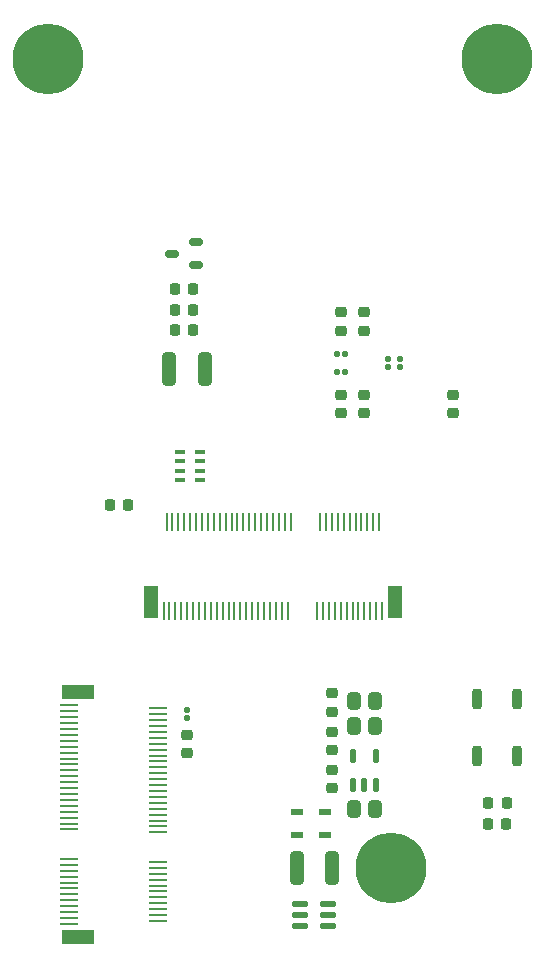
<source format=gbr>
%TF.GenerationSoftware,KiCad,Pcbnew,7.0.6*%
%TF.CreationDate,2023-08-09T14:48:52+09:30*%
%TF.ProjectId,backplane,6261636b-706c-4616-9e65-2e6b69636164,V1.0*%
%TF.SameCoordinates,Original*%
%TF.FileFunction,Paste,Top*%
%TF.FilePolarity,Positive*%
%FSLAX46Y46*%
G04 Gerber Fmt 4.6, Leading zero omitted, Abs format (unit mm)*
G04 Created by KiCad (PCBNEW 7.0.6) date 2023-08-09 14:48:52*
%MOMM*%
%LPD*%
G01*
G04 APERTURE LIST*
G04 Aperture macros list*
%AMRoundRect*
0 Rectangle with rounded corners*
0 $1 Rounding radius*
0 $2 $3 $4 $5 $6 $7 $8 $9 X,Y pos of 4 corners*
0 Add a 4 corners polygon primitive as box body*
4,1,4,$2,$3,$4,$5,$6,$7,$8,$9,$2,$3,0*
0 Add four circle primitives for the rounded corners*
1,1,$1+$1,$2,$3*
1,1,$1+$1,$4,$5*
1,1,$1+$1,$6,$7*
1,1,$1+$1,$8,$9*
0 Add four rect primitives between the rounded corners*
20,1,$1+$1,$2,$3,$4,$5,0*
20,1,$1+$1,$4,$5,$6,$7,0*
20,1,$1+$1,$6,$7,$8,$9,0*
20,1,$1+$1,$8,$9,$2,$3,0*%
G04 Aperture macros list end*
%ADD10RoundRect,0.125000X-0.130000X0.125000X-0.130000X-0.125000X0.130000X-0.125000X0.130000X0.125000X0*%
%ADD11C,6.000000*%
%ADD12RoundRect,0.212500X0.277500X-0.212500X0.277500X0.212500X-0.277500X0.212500X-0.277500X-0.212500X0*%
%ADD13R,1.060000X0.500000*%
%ADD14RoundRect,0.125000X0.125000X0.130000X-0.125000X0.130000X-0.125000X-0.130000X0.125000X-0.130000X0*%
%ADD15RoundRect,0.212500X-0.277500X0.212500X-0.277500X-0.212500X0.277500X-0.212500X0.277500X0.212500X0*%
%ADD16RoundRect,0.212500X-0.212500X-0.277500X0.212500X-0.277500X0.212500X0.277500X-0.212500X0.277500X0*%
%ADD17R,2.750000X1.200000*%
%ADD18R,1.550000X0.250000*%
%ADD19RoundRect,0.295000X-0.295000X-1.110000X0.295000X-1.110000X0.295000X1.110000X-0.295000X1.110000X0*%
%ADD20RoundRect,0.200000X-0.200000X-0.650000X0.200000X-0.650000X0.200000X0.650000X-0.200000X0.650000X0*%
%ADD21RoundRect,0.290000X0.290000X0.445000X-0.290000X0.445000X-0.290000X-0.445000X0.290000X-0.445000X0*%
%ADD22R,1.200000X2.750000*%
%ADD23R,0.250000X1.550000*%
%ADD24RoundRect,0.212500X0.212500X0.277500X-0.212500X0.277500X-0.212500X-0.277500X0.212500X-0.277500X0*%
%ADD25RoundRect,0.152500X-0.437500X0.152500X-0.437500X-0.152500X0.437500X-0.152500X0.437500X0.152500X0*%
%ADD26RoundRect,0.100000X0.350000X0.100000X-0.350000X0.100000X-0.350000X-0.100000X0.350000X-0.100000X0*%
%ADD27RoundRect,0.115000X0.115000X-0.460000X0.115000X0.460000X-0.115000X0.460000X-0.115000X-0.460000X0*%
%ADD28RoundRect,0.140000X0.535000X0.140000X-0.535000X0.140000X-0.535000X-0.140000X0.535000X-0.140000X0*%
%ADD29RoundRect,0.125000X-0.125000X-0.130000X0.125000X-0.130000X0.125000X0.130000X-0.125000X0.130000X0*%
%ADD30RoundRect,0.295000X0.295000X1.110000X-0.295000X1.110000X-0.295000X-1.110000X0.295000X-1.110000X0*%
G04 APERTURE END LIST*
D10*
%TO.C,SL5*%
X129100000Y-97500000D03*
X128400000Y-97500000D03*
%TD*%
D11*
%TO.C,MNT2*%
X142000000Y-71000000D03*
%TD*%
D12*
%TO.C,R1*%
X130750000Y-92475000D03*
X130750000Y-94025000D03*
%TD*%
D13*
%TO.C,D3*%
X125070000Y-134750000D03*
X127430000Y-134750000D03*
%TD*%
D14*
%TO.C,SL1*%
X115750000Y-126850000D03*
X115750000Y-126150000D03*
%TD*%
D15*
%TO.C,R2*%
X130750000Y-99475000D03*
X130750000Y-101025000D03*
%TD*%
D16*
%TO.C,R9*%
X116275000Y-90500000D03*
X114725000Y-90500000D03*
%TD*%
D17*
%TO.C,X1*%
X106500000Y-145350000D03*
X106500000Y-124650000D03*
D18*
X105725000Y-144250000D03*
X113275000Y-144000000D03*
X105725000Y-143750000D03*
X113275000Y-143500000D03*
X105725000Y-143250000D03*
X113275000Y-143000000D03*
X105725000Y-142750000D03*
X113275000Y-142500000D03*
X105725000Y-142250000D03*
X113275000Y-142000000D03*
X105725000Y-141750000D03*
X113275000Y-141500000D03*
X105725000Y-141250000D03*
X113275000Y-141000000D03*
X105725000Y-140750000D03*
X113275000Y-140500000D03*
X105725000Y-140250000D03*
X113275000Y-140000000D03*
X105725000Y-139750000D03*
X113275000Y-139500000D03*
X105725000Y-139250000D03*
X113275000Y-139000000D03*
X105725000Y-138750000D03*
X113275000Y-136500000D03*
X105725000Y-136250000D03*
X113275000Y-136000000D03*
X105725000Y-135750000D03*
X113275000Y-135500000D03*
X105725000Y-135250000D03*
X113275000Y-135000000D03*
X105725000Y-134750000D03*
X113275000Y-134500000D03*
X105725000Y-134250000D03*
X113275000Y-134000000D03*
X105725000Y-133750000D03*
X113275000Y-133500000D03*
X105725000Y-133250000D03*
X113275000Y-133000000D03*
X105725000Y-132750000D03*
X113275000Y-132500000D03*
X105725000Y-132250000D03*
X113275000Y-132000000D03*
X105725000Y-131750000D03*
X113275000Y-131500000D03*
X105725000Y-131250000D03*
X113275000Y-131000000D03*
X105725000Y-130750000D03*
X113275000Y-130500000D03*
X105725000Y-130250000D03*
X113275000Y-130000000D03*
X105725000Y-129750000D03*
X113275000Y-129500000D03*
X105725000Y-129250000D03*
X113275000Y-129000000D03*
X105725000Y-128750000D03*
X113275000Y-128500000D03*
X105725000Y-128250000D03*
X113275000Y-128000000D03*
X105725000Y-127750000D03*
X113275000Y-127500000D03*
X105725000Y-127250000D03*
X113275000Y-127000000D03*
X105725000Y-126750000D03*
X113275000Y-126500000D03*
X105725000Y-126250000D03*
X113275000Y-126000000D03*
X105725000Y-125750000D03*
%TD*%
D19*
%TO.C,F2*%
X114250000Y-97250000D03*
X117220000Y-97250000D03*
%TD*%
D20*
%TO.C,SW1*%
X143700000Y-125250000D03*
X140300000Y-125250000D03*
%TD*%
D21*
%TO.C,C2*%
X129875000Y-127500000D03*
X131625000Y-127500000D03*
%TD*%
D20*
%TO.C,SW2*%
X143700000Y-130000000D03*
X140300000Y-130000000D03*
%TD*%
D11*
%TO.C,MNT3*%
X104000000Y-71000000D03*
%TD*%
%TO.C,MNT1*%
X133000000Y-139500000D03*
%TD*%
D10*
%TO.C,SL4*%
X129100000Y-96000000D03*
X128400000Y-96000000D03*
%TD*%
D21*
%TO.C,C3*%
X129875000Y-125395000D03*
X131625000Y-125395000D03*
%TD*%
D22*
%TO.C,X3*%
X133350000Y-117000000D03*
X112650000Y-117000000D03*
D23*
X132250000Y-117775000D03*
X132000000Y-110225000D03*
X131750000Y-117775000D03*
X131500000Y-110225000D03*
X131250000Y-117775000D03*
X131000000Y-110225000D03*
X130750000Y-117775000D03*
X130500000Y-110225000D03*
X130250000Y-117775000D03*
X130000000Y-110225000D03*
X129750000Y-117775000D03*
X129500000Y-110225000D03*
X129250000Y-117775000D03*
X129000000Y-110225000D03*
X128750000Y-117775000D03*
X128500000Y-110225000D03*
X128250000Y-117775000D03*
X128000000Y-110225000D03*
X127750000Y-117775000D03*
X127500000Y-110225000D03*
X127250000Y-117775000D03*
X127000000Y-110225000D03*
X126750000Y-117775000D03*
X124500000Y-110225000D03*
X124250000Y-117775000D03*
X124000000Y-110225000D03*
X123750000Y-117775000D03*
X123500000Y-110225000D03*
X123250000Y-117775000D03*
X123000000Y-110225000D03*
X122750000Y-117775000D03*
X122500000Y-110225000D03*
X122250000Y-117775000D03*
X122000000Y-110225000D03*
X121750000Y-117775000D03*
X121500000Y-110225000D03*
X121250000Y-117775000D03*
X121000000Y-110225000D03*
X120750000Y-117775000D03*
X120500000Y-110225000D03*
X120250000Y-117775000D03*
X120000000Y-110225000D03*
X119750000Y-117775000D03*
X119500000Y-110225000D03*
X119250000Y-117775000D03*
X119000000Y-110225000D03*
X118750000Y-117775000D03*
X118500000Y-110225000D03*
X118250000Y-117775000D03*
X118000000Y-110225000D03*
X117750000Y-117775000D03*
X117500000Y-110225000D03*
X117250000Y-117775000D03*
X117000000Y-110225000D03*
X116750000Y-117775000D03*
X116500000Y-110225000D03*
X116250000Y-117775000D03*
X116000000Y-110225000D03*
X115750000Y-117775000D03*
X115500000Y-110225000D03*
X115250000Y-117775000D03*
X115000000Y-110225000D03*
X114750000Y-117775000D03*
X114500000Y-110225000D03*
X114250000Y-117775000D03*
X114000000Y-110225000D03*
X113750000Y-117775000D03*
%TD*%
D15*
%TO.C,R15*%
X115750000Y-129775000D03*
X115750000Y-128225000D03*
%TD*%
D13*
%TO.C,D2*%
X125070000Y-136750000D03*
X127430000Y-136750000D03*
%TD*%
D21*
%TO.C,C1*%
X129875000Y-134500000D03*
X131625000Y-134500000D03*
%TD*%
D24*
%TO.C,R16*%
X109225000Y-108750000D03*
X110775000Y-108750000D03*
%TD*%
D25*
%TO.C,Q1*%
X114475000Y-87500000D03*
X116525000Y-86550000D03*
X116525000Y-88450000D03*
%TD*%
D12*
%TO.C,R3*%
X128750000Y-92475000D03*
X128750000Y-94025000D03*
%TD*%
D16*
%TO.C,R5*%
X142775000Y-135750000D03*
X141225000Y-135750000D03*
%TD*%
D15*
%TO.C,R11*%
X128000000Y-126275000D03*
X128000000Y-124725000D03*
%TD*%
D26*
%TO.C,R14*%
X116850000Y-106700000D03*
X116850000Y-105900000D03*
X116850000Y-105100000D03*
X116850000Y-104300000D03*
X115150000Y-104300000D03*
X115150000Y-105100000D03*
X115150000Y-105900000D03*
X115150000Y-106700000D03*
%TD*%
D27*
%TO.C,U9*%
X129800000Y-132500000D03*
X130750000Y-132500000D03*
X131700000Y-132500000D03*
X131700000Y-130000000D03*
X129800000Y-130000000D03*
%TD*%
D15*
%TO.C,R4*%
X128750000Y-99475000D03*
X128750000Y-101025000D03*
%TD*%
D28*
%TO.C,U1*%
X127675000Y-144450000D03*
X127675000Y-143500000D03*
X127675000Y-142550000D03*
X125325000Y-142550000D03*
X125325000Y-143500000D03*
X125325000Y-144450000D03*
%TD*%
D24*
%TO.C,R8*%
X114725000Y-92250000D03*
X116275000Y-92250000D03*
%TD*%
D15*
%TO.C,R10*%
X128000000Y-129525000D03*
X128000000Y-127975000D03*
%TD*%
D29*
%TO.C,SL7*%
X133750000Y-96400000D03*
X133750000Y-97100000D03*
%TD*%
D14*
%TO.C,SL6*%
X132750000Y-97100000D03*
X132750000Y-96400000D03*
%TD*%
D16*
%TO.C,R13*%
X114725000Y-94000000D03*
X116275000Y-94000000D03*
%TD*%
D15*
%TO.C,R12*%
X128000000Y-132775000D03*
X128000000Y-131225000D03*
%TD*%
D12*
%TO.C,R7*%
X138250000Y-101025000D03*
X138250000Y-99475000D03*
%TD*%
D16*
%TO.C,R6*%
X142800000Y-134000000D03*
X141250000Y-134000000D03*
%TD*%
D30*
%TO.C,F1*%
X127985000Y-139500000D03*
X125015000Y-139500000D03*
%TD*%
M02*

</source>
